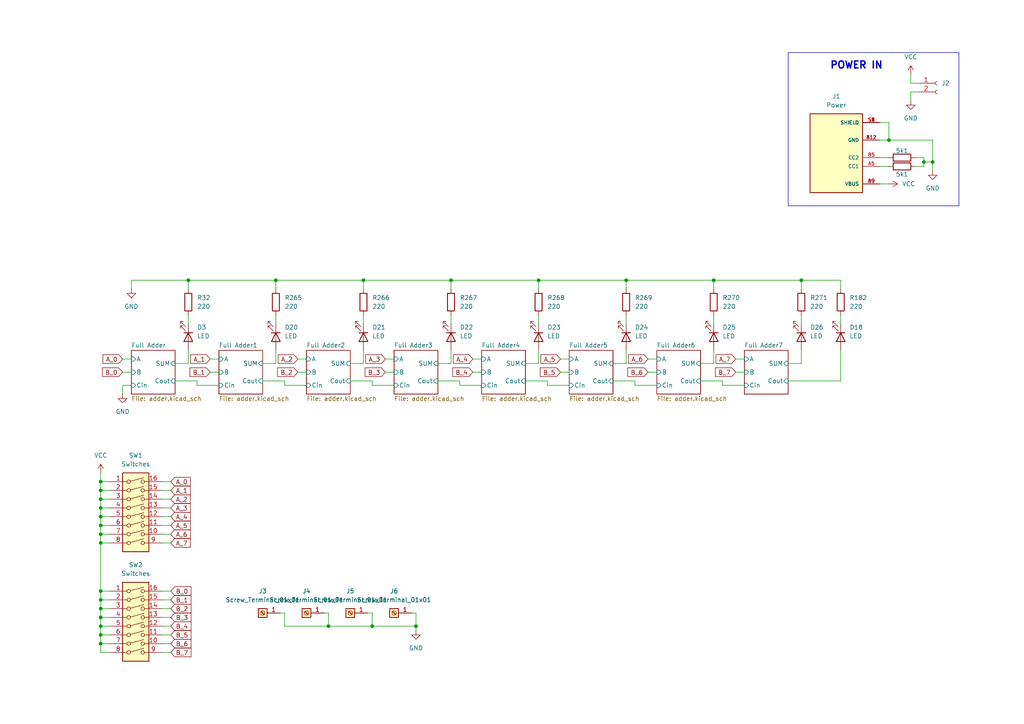
<source format=kicad_sch>
(kicad_sch (version 20231120) (generator "eeschema") (generator_version "8.0")
  (paper "A4")
  (lib_symbols
    (symbol "Connector:Conn_01x02_Socket" (pin_names (offset 1.016) hide)
      (property "Reference" "J" (at 0 2.54 0))
      (property "Value" "Conn_01x02_Socket" (at 0 -5.08 0))
      (symbol "Conn_01x02_Socket_1_1"
        (arc (start 0 -2.032) (mid -0.5058 -2.54) (end 0 -3.048) (stroke (width 0.1524)))
        (polyline (pts (xy -1.27 -2.54) (xy -0.508 -2.54)) (stroke (width 0.1524)))
        (polyline (pts (xy -1.27 0) (xy -0.508 0)) (stroke (width 0.1524)))
        (arc (start 0 0.508) (mid -0.5058 0) (end 0 -0.508) (stroke (width 0.1524)))
        (pin passive line (at -5.08 0 0) (length 3.81) (name "Pin_1") (number "1"))
        (pin passive line (at -5.08 -2.54 0) (length 3.81) (name "Pin_2") (number "2"))
      )
    )
    (symbol "Connector:Screw_Terminal_01x01" (pin_names (offset 1.016) hide)
      (property "Reference" "J" (at 0 2.54 0))
      (property "Value" "Screw_Terminal_01x01" (at 0 -2.54 0))
      (symbol "Screw_Terminal_01x01_1_1"
        (rectangle (start -1.27 1.27) (end 1.27 -1.27) (stroke (width 0.254)) (fill (type background)))
        (polyline (pts (xy -0.5334 0.3302) (xy 0.3302 -0.508)) (stroke (width 0.1524)))
        (polyline (pts (xy -0.3556 0.508) (xy 0.508 -0.3302)) (stroke (width 0.1524)))
        (circle (center 0 0) (radius 0.635) (stroke (width 0.1524)))
        (pin passive line (at -5.08 0 0) (length 3.81) (name "Pin_1") (number "1"))
      )
    )
    (symbol "Device:LED" (pin_numbers hide) (pin_names (offset 1.016) hide)
      (property "Reference" "D" (at 0 2.54 0))
      (property "Value" "LED" (at 0 -2.54 0))
      (symbol "LED_0_1"
        (polyline (pts (xy -1.27 -1.27) (xy -1.27 1.27)) (stroke (width 0.254)))
        (polyline (pts (xy -1.27 0) (xy 1.27 0)))
        (polyline (pts (xy 1.27 -1.27) (xy 1.27 1.27) (xy -1.27 0) (xy 1.27 -1.27)) (stroke (width 0.254)))
        (polyline (pts (xy -3.048 -0.762) (xy -4.572 -2.286) (xy -3.81 -2.286) (xy -4.572 -2.286) (xy -4.572 -1.524)))
        (polyline (pts (xy -1.778 -0.762) (xy -3.302 -2.286) (xy -2.54 -2.286) (xy -3.302 -2.286) (xy -3.302 -1.524)))
      )
      (symbol "LED_1_1"
        (pin passive line (at -3.81 0 0) (length 2.54) (name "K") (number "1"))
        (pin passive line (at 3.81 0 180) (length 2.54) (name "A") (number "2"))
      )
    )
    (symbol "Device:R" (pin_numbers hide) (pin_names (offset 0))
      (property "Reference" "R" (at 2.032 0 90))
      (property "Value" "R" (at 0 0 90))
      (symbol "R_0_1"
        (rectangle (start -1.016 -2.54) (end 1.016 2.54) (stroke (width 0.254)))
      )
      (symbol "R_1_1"
        (pin passive line (at 0 3.81 270) (length 1.27) (name "~") (number "1"))
        (pin passive line (at 0 -3.81 90) (length 1.27) (name "~") (number "2"))
      )
    )
    (symbol "Switch:SW_DIP_x08" (pin_names (offset 0) hide)
      (property "Reference" "SW" (at 0 13.97 0))
      (property "Value" "SW_DIP_x08" (at 0 -11.43 0))
      (symbol "SW_DIP_x08_0_0"
        (circle (center -2.032 -7.62) (radius 0.508))
        (circle (center -2.032 -5.08) (radius 0.508))
        (circle (center -2.032 -2.54) (radius 0.508))
        (circle (center -2.032 0) (radius 0.508))
        (circle (center -2.032 2.54) (radius 0.508))
        (circle (center -2.032 5.08) (radius 0.508))
        (circle (center -2.032 7.62) (radius 0.508))
        (circle (center -2.032 10.16) (radius 0.508))
        (polyline (pts (xy -1.524 -7.4676) (xy 2.3622 -6.4262)))
        (polyline (pts (xy -1.524 -4.9276) (xy 2.3622 -3.8862)))
        (polyline (pts (xy -1.524 -2.3876) (xy 2.3622 -1.3462)))
        (polyline (pts (xy -1.524 0.127) (xy 2.3622 1.1684)))
        (polyline (pts (xy -1.524 2.667) (xy 2.3622 3.7084)))
        (polyline (pts (xy -1.524 5.207) (xy 2.3622 6.2484)))
        (polyline (pts (xy -1.524 7.747) (xy 2.3622 8.7884)))
        (polyline (pts (xy -1.524 10.287) (xy 2.3622 11.3284)))
        (circle (center 2.032 -7.62) (radius 0.508))
        (circle (center 2.032 -5.08) (radius 0.508))
        (circle (center 2.032 -2.54) (radius 0.508))
        (circle (center 2.032 0) (radius 0.508))
        (circle (center 2.032 2.54) (radius 0.508))
        (circle (center 2.032 5.08) (radius 0.508))
        (circle (center 2.032 7.62) (radius 0.508))
        (circle (center 2.032 10.16) (radius 0.508))
      )
      (symbol "SW_DIP_x08_0_1"
        (rectangle (start -3.81 12.7) (end 3.81 -10.16) (stroke (width 0.254)) (fill (type background)))
      )
      (symbol "SW_DIP_x08_1_1"
        (pin passive line (at -7.62 10.16 0) (length 5.08) (name "~") (number "1"))
        (pin passive line (at 7.62 -5.08 180) (length 5.08) (name "~") (number "10"))
        (pin passive line (at 7.62 -2.54 180) (length 5.08) (name "~") (number "11"))
        (pin passive line (at 7.62 0 180) (length 5.08) (name "~") (number "12"))
        (pin passive line (at 7.62 2.54 180) (length 5.08) (name "~") (number "13"))
        (pin passive line (at 7.62 5.08 180) (length 5.08) (name "~") (number "14"))
        (pin passive line (at 7.62 7.62 180) (length 5.08) (name "~") (number "15"))
        (pin passive line (at 7.62 10.16 180) (length 5.08) (name "~") (number "16"))
        (pin passive line (at -7.62 7.62 0) (length 5.08) (name "~") (number "2"))
        (pin passive line (at -7.62 5.08 0) (length 5.08) (name "~") (number "3"))
        (pin passive line (at -7.62 2.54 0) (length 5.08) (name "~") (number "4"))
        (pin passive line (at -7.62 0 0) (length 5.08) (name "~") (number "5"))
        (pin passive line (at -7.62 -2.54 0) (length 5.08) (name "~") (number "6"))
        (pin passive line (at -7.62 -5.08 0) (length 5.08) (name "~") (number "7"))
        (pin passive line (at -7.62 -7.62 0) (length 5.08) (name "~") (number "8"))
        (pin passive line (at 7.62 -7.62 180) (length 5.08) (name "~") (number "9"))
      )
    )
    (symbol "USB4125-GF-A-0190_REVA2:USB4125-GF-A-0190_REVA2" (pin_names (offset 1.016))
      (property "Reference" "J" (at -7.62 10.922 0))
      (property "Value" "USB4125-GF-A-0190_REVA2" (at -7.62 -13.462 0))
      (symbol "USB4125-GF-A-0190_REVA2_0_0"
        (rectangle (start -7.62 -12.7) (end 7.62 10.16) (stroke (width 0.254)) (fill (type background)))
        (pin power_in line (at -12.7 -5.08 0) (length 5.08) (name "GND") (number "A12"))
        (pin bidirectional line (at -12.7 2.54 0) (length 5.08) (name "CC1") (number "A5"))
        (pin power_in line (at -12.7 7.62 0) (length 5.08) (name "VBUS") (number "A9"))
        (pin power_in line (at -12.7 -5.08 0) (length 5.08) (name "GND") (number "B12"))
        (pin bidirectional line (at -12.7 0 0) (length 5.08) (name "CC2") (number "B5"))
        (pin power_in line (at -12.7 7.62 0) (length 5.08) (name "VBUS") (number "B9"))
        (pin passive line (at -12.7 -10.16 0) (length 5.08) (name "SHIELD") (number "S1"))
        (pin passive line (at -12.7 -10.16 0) (length 5.08) (name "SHIELD") (number "S2"))
        (pin passive line (at -12.7 -10.16 0) (length 5.08) (name "SHIELD") (number "S3"))
        (pin passive line (at -12.7 -10.16 0) (length 5.08) (name "SHIELD") (number "S4"))
      )
    )
    (symbol "power:GND" (power) (pin_numbers hide) (pin_names (offset 0) hide)
      (property "Value" "GND" (at 0 -3.81 0))
      (symbol "GND_0_1"
        (polyline (pts (xy 0 0) (xy 0 -1.27) (xy 1.27 -1.27) (xy 0 -2.54) (xy -1.27 -1.27) (xy 0 -1.27)))
      )
      (symbol "GND_1_1"
        (pin power_in line (at 0 0 270) (length 0) (name "~") (number "1"))
      )
    )
    (symbol "power:VCC" (power) (pin_numbers hide) (pin_names (offset 0) hide)
      (property "Value" "VCC" (at 0 3.556 0))
      (symbol "VCC_0_1"
        (polyline (pts (xy -0.762 1.27) (xy 0 2.54)))
        (polyline (pts (xy 0 0) (xy 0 2.54)))
        (polyline (pts (xy 0 2.54) (xy 0.762 1.27)))
      )
      (symbol "VCC_1_1"
        (pin power_in line (at 0 0 90) (length 0) (name "~") (number "1"))
      )
    )
  )
  (junction (at 29.21 157.48))
  (junction (at 105.41 81.28))
  (junction (at 29.21 142.24))
  (junction (at 232.41 81.28))
  (junction (at 29.21 144.78))
  (junction (at 257.81 40.64))
  (junction (at 80.01 81.28))
  (junction (at 29.21 184.15))
  (junction (at 29.21 149.86))
  (junction (at 207.01 81.28))
  (junction (at 267.97 46.99))
  (junction (at 181.61 81.28))
  (junction (at 29.21 171.45))
  (junction (at 29.21 186.69))
  (junction (at 29.21 179.07))
  (junction (at 130.81 81.28))
  (junction (at 29.21 176.53))
  (junction (at 29.21 139.7))
  (junction (at 54.61 81.28))
  (junction (at 29.21 147.32))
  (junction (at 29.21 152.4))
  (junction (at 29.21 181.61))
  (junction (at 120.65 181.61))
  (junction (at 95.25 181.61))
  (junction (at 156.21 81.28))
  (junction (at 107.95 181.61))
  (junction (at 29.21 154.94))
  (junction (at 29.21 173.99))
  (junction (at 270.51 46.99))
  (wire (pts (xy 29.21 186.69) (xy 29.21 189.23)))
  (wire (pts (xy 270.51 40.64) (xy 270.51 46.99)))
  (wire (pts (xy 232.41 93.98) (xy 232.41 91.44)))
  (wire (pts (xy 31.75 157.48) (xy 29.21 157.48)))
  (wire (pts (xy 267.97 46.99) (xy 270.51 46.99)))
  (wire (pts (xy 156.21 105.41) (xy 152.4 105.41)))
  (wire (pts (xy 255.27 35.56) (xy 257.81 35.56)))
  (wire (pts (xy 152.4 110.49) (xy 158.75 110.49)))
  (wire (pts (xy 54.61 101.6) (xy 54.61 105.41)))
  (wire (pts (xy 209.55 111.76) (xy 215.9 111.76)))
  (wire (pts (xy 82.55 111.76) (xy 88.9 111.76)))
  (wire (pts (xy 162.56 104.14) (xy 165.1 104.14)))
  (wire (pts (xy 255.27 53.34) (xy 257.81 53.34)))
  (wire (pts (xy 187.96 107.95) (xy 190.5 107.95)))
  (wire (pts (xy 29.21 152.4) (xy 29.21 154.94)))
  (wire (pts (xy 54.61 93.98) (xy 54.61 91.44)))
  (wire (pts (xy 156.21 83.82) (xy 156.21 81.28)))
  (wire (pts (xy 181.61 105.41) (xy 177.8 105.41)))
  (wire (pts (xy 101.6 110.49) (xy 107.95 110.49)))
  (wire (pts (xy 156.21 93.98) (xy 156.21 91.44)))
  (wire (pts (xy 120.65 181.61) (xy 107.95 181.61)))
  (wire (pts (xy 184.15 111.76) (xy 190.5 111.76)))
  (wire (pts (xy 267.97 46.99) (xy 267.97 48.26)))
  (wire (pts (xy 184.15 110.49) (xy 184.15 111.76)))
  (wire (pts (xy 255.27 40.64) (xy 257.81 40.64)))
  (wire (pts (xy 95.25 181.61) (xy 95.25 177.8)))
  (wire (pts (xy 207.01 101.6) (xy 207.01 105.41)))
  (wire (pts (xy 137.16 107.95) (xy 139.7 107.95)))
  (wire (pts (xy 29.21 152.4) (xy 29.21 149.86)))
  (wire (pts (xy 266.7 24.13) (xy 264.16 24.13)))
  (wire (pts (xy 49.53 152.4) (xy 46.99 152.4)))
  (wire (pts (xy 264.16 21.59) (xy 264.16 24.13)))
  (wire (pts (xy 266.7 26.67) (xy 264.16 26.67)))
  (wire (pts (xy 31.75 149.86) (xy 29.21 149.86)))
  (wire (pts (xy 31.75 181.61) (xy 29.21 181.61)))
  (wire (pts (xy 107.95 110.49) (xy 107.95 111.76)))
  (wire (pts (xy 31.75 184.15) (xy 29.21 184.15)))
  (wire (pts (xy 105.41 81.28) (xy 130.81 81.28)))
  (wire (pts (xy 257.81 35.56) (xy 257.81 40.64)))
  (wire (pts (xy 29.21 171.45) (xy 29.21 173.99)))
  (wire (pts (xy 207.01 93.98) (xy 207.01 91.44)))
  (wire (pts (xy 130.81 105.41) (xy 127 105.41)))
  (wire (pts (xy 255.27 48.26) (xy 257.81 48.26)))
  (wire (pts (xy 82.55 110.49) (xy 82.55 111.76)))
  (wire (pts (xy 130.81 101.6) (xy 130.81 105.41)))
  (wire (pts (xy 111.76 104.14) (xy 114.3 104.14)))
  (wire (pts (xy 265.43 45.72) (xy 267.97 45.72)))
  (wire (pts (xy 29.21 139.7) (xy 29.21 142.24)))
  (wire (pts (xy 29.21 179.07) (xy 29.21 176.53)))
  (wire (pts (xy 31.75 147.32) (xy 29.21 147.32)))
  (wire (pts (xy 29.21 144.78) (xy 29.21 142.24)))
  (wire (pts (xy 31.75 176.53) (xy 29.21 176.53)))
  (wire (pts (xy 95.25 177.8) (xy 93.98 177.8)))
  (wire (pts (xy 107.95 111.76) (xy 114.3 111.76)))
  (wire (pts (xy 158.75 110.49) (xy 158.75 111.76)))
  (wire (pts (xy 49.53 144.78) (xy 46.99 144.78)))
  (wire (pts (xy 232.41 81.28) (xy 243.84 81.28)))
  (wire (pts (xy 255.27 45.72) (xy 257.81 45.72)))
  (wire (pts (xy 106.68 177.8) (xy 107.95 177.8)))
  (wire (pts (xy 49.53 173.99) (xy 46.99 173.99)))
  (wire (pts (xy 82.55 181.61) (xy 95.25 181.61)))
  (wire (pts (xy 57.15 111.76) (xy 63.5 111.76)))
  (wire (pts (xy 31.75 186.69) (xy 29.21 186.69)))
  (wire (pts (xy 105.41 101.6) (xy 105.41 105.41)))
  (wire (pts (xy 127 110.49) (xy 133.35 110.49)))
  (wire (pts (xy 80.01 101.6) (xy 80.01 105.41)))
  (wire (pts (xy 207.01 105.41) (xy 203.2 105.41)))
  (wire (pts (xy 156.21 81.28) (xy 181.61 81.28)))
  (wire (pts (xy 181.61 83.82) (xy 181.61 81.28)))
  (wire (pts (xy 156.21 101.6) (xy 156.21 105.41)))
  (wire (pts (xy 207.01 81.28) (xy 232.41 81.28)))
  (wire (pts (xy 60.96 104.14) (xy 63.5 104.14)))
  (wire (pts (xy 31.75 154.94) (xy 29.21 154.94)))
  (wire (pts (xy 29.21 157.48) (xy 29.21 171.45)))
  (wire (pts (xy 187.96 104.14) (xy 190.5 104.14)))
  (wire (pts (xy 232.41 83.82) (xy 232.41 81.28)))
  (wire (pts (xy 38.1 111.76) (xy 35.56 111.76)))
  (wire (pts (xy 49.53 179.07) (xy 46.99 179.07)))
  (wire (pts (xy 49.53 147.32) (xy 46.99 147.32)))
  (wire (pts (xy 29.21 154.94) (xy 29.21 157.48)))
  (wire (pts (xy 31.75 171.45) (xy 29.21 171.45)))
  (wire (pts (xy 130.81 93.98) (xy 130.81 91.44)))
  (wire (pts (xy 80.01 93.98) (xy 80.01 91.44)))
  (wire (pts (xy 120.65 181.61) (xy 120.65 182.88)))
  (wire (pts (xy 265.43 48.26) (xy 267.97 48.26)))
  (wire (pts (xy 232.41 101.6) (xy 232.41 105.41)))
  (wire (pts (xy 133.35 111.76) (xy 139.7 111.76)))
  (wire (pts (xy 50.8 110.49) (xy 57.15 110.49)))
  (wire (pts (xy 209.55 110.49) (xy 209.55 111.76)))
  (wire (pts (xy 105.41 83.82) (xy 105.41 81.28)))
  (wire (pts (xy 133.35 110.49) (xy 133.35 111.76)))
  (wire (pts (xy 49.53 149.86) (xy 46.99 149.86)))
  (wire (pts (xy 29.21 176.53) (xy 29.21 173.99)))
  (wire (pts (xy 162.56 107.95) (xy 165.1 107.95)))
  (wire (pts (xy 137.16 104.14) (xy 139.7 104.14)))
  (wire (pts (xy 86.36 107.95) (xy 88.9 107.95)))
  (wire (pts (xy 49.53 157.48) (xy 46.99 157.48)))
  (wire (pts (xy 57.15 110.49) (xy 57.15 111.76)))
  (wire (pts (xy 203.2 110.49) (xy 209.55 110.49)))
  (wire (pts (xy 49.53 154.94) (xy 46.99 154.94)))
  (wire (pts (xy 80.01 105.41) (xy 76.2 105.41)))
  (wire (pts (xy 213.36 104.14) (xy 215.9 104.14)))
  (wire (pts (xy 31.75 144.78) (xy 29.21 144.78)))
  (wire (pts (xy 111.76 107.95) (xy 114.3 107.95)))
  (wire (pts (xy 29.21 139.7) (xy 29.21 137.16)))
  (wire (pts (xy 29.21 184.15) (xy 29.21 186.69)))
  (wire (pts (xy 49.53 189.23) (xy 46.99 189.23)))
  (wire (pts (xy 228.6 110.49) (xy 243.84 110.49)))
  (wire (pts (xy 107.95 177.8) (xy 107.95 181.61)))
  (wire (pts (xy 181.61 81.28) (xy 207.01 81.28)))
  (wire (pts (xy 243.84 83.82) (xy 243.84 81.28)))
  (wire (pts (xy 243.84 110.49) (xy 243.84 101.6)))
  (wire (pts (xy 60.96 107.95) (xy 63.5 107.95)))
  (wire (pts (xy 29.21 181.61) (xy 29.21 179.07)))
  (wire (pts (xy 54.61 81.28) (xy 80.01 81.28)))
  (wire (pts (xy 31.75 139.7) (xy 29.21 139.7)))
  (wire (pts (xy 29.21 149.86) (xy 29.21 147.32)))
  (wire (pts (xy 213.36 107.95) (xy 215.9 107.95)))
  (wire (pts (xy 54.61 83.82) (xy 54.61 81.28)))
  (wire (pts (xy 181.61 101.6) (xy 181.61 105.41)))
  (wire (pts (xy 35.56 104.14) (xy 38.1 104.14)))
  (wire (pts (xy 158.75 111.76) (xy 165.1 111.76)))
  (wire (pts (xy 35.56 107.95) (xy 38.1 107.95)))
  (wire (pts (xy 29.21 147.32) (xy 29.21 144.78)))
  (wire (pts (xy 243.84 93.98) (xy 243.84 91.44)))
  (wire (pts (xy 232.41 105.41) (xy 228.6 105.41)))
  (wire (pts (xy 270.51 46.99) (xy 270.51 49.53)))
  (wire (pts (xy 35.56 111.76) (xy 35.56 114.3)))
  (wire (pts (xy 29.21 173.99) (xy 31.75 173.99)))
  (wire (pts (xy 81.28 177.8) (xy 82.55 177.8)))
  (wire (pts (xy 130.81 81.28) (xy 156.21 81.28)))
  (wire (pts (xy 49.53 139.7) (xy 46.99 139.7)))
  (wire (pts (xy 31.75 189.23) (xy 29.21 189.23)))
  (wire (pts (xy 267.97 45.72) (xy 267.97 46.99)))
  (wire (pts (xy 80.01 81.28) (xy 105.41 81.28)))
  (wire (pts (xy 76.2 110.49) (xy 82.55 110.49)))
  (wire (pts (xy 181.61 93.98) (xy 181.61 91.44)))
  (wire (pts (xy 207.01 83.82) (xy 207.01 81.28)))
  (wire (pts (xy 49.53 142.24) (xy 46.99 142.24)))
  (wire (pts (xy 80.01 81.28) (xy 80.01 83.82)))
  (wire (pts (xy 82.55 177.8) (xy 82.55 181.61)))
  (wire (pts (xy 107.95 181.61) (xy 95.25 181.61)))
  (wire (pts (xy 29.21 142.24) (xy 31.75 142.24)))
  (wire (pts (xy 105.41 93.98) (xy 105.41 91.44)))
  (wire (pts (xy 257.81 40.64) (xy 270.51 40.64)))
  (wire (pts (xy 177.8 110.49) (xy 184.15 110.49)))
  (wire (pts (xy 120.65 177.8) (xy 120.65 181.61)))
  (wire (pts (xy 49.53 181.61) (xy 46.99 181.61)))
  (wire (pts (xy 38.1 81.28) (xy 54.61 81.28)))
  (wire (pts (xy 31.75 179.07) (xy 29.21 179.07)))
  (wire (pts (xy 130.81 83.82) (xy 130.81 81.28)))
  (wire (pts (xy 86.36 104.14) (xy 88.9 104.14)))
  (wire (pts (xy 105.41 105.41) (xy 101.6 105.41)))
  (wire (pts (xy 38.1 81.28) (xy 38.1 83.82)))
  (wire (pts (xy 49.53 186.69) (xy 46.99 186.69)))
  (wire (pts (xy 31.75 152.4) (xy 29.21 152.4)))
  (wire (pts (xy 119.38 177.8) (xy 120.65 177.8)))
  (wire (pts (xy 49.53 176.53) (xy 46.99 176.53)))
  (wire (pts (xy 264.16 26.67) (xy 264.16 29.21)))
  (wire (pts (xy 29.21 184.15) (xy 29.21 181.61)))
  (wire (pts (xy 49.53 171.45) (xy 46.99 171.45)))
  (wire (pts (xy 49.53 184.15) (xy 46.99 184.15)))
  (wire (pts (xy 54.61 105.41) (xy 50.8 105.41)))
  (rectangle (start 228.6 15.24) (end 278.13 59.69))
  (text "POWER IN" (at 248.412 19.05 0) (effects (font (size 2.032 2.032) (thickness 0.4064) (bold yes))))
  (global_label "A_1" (shape input) (at 60.96 104.14 180) (property "Intersheetrefs" "${INTERSHEET_REFS}" (effects (hide yes))))
  (global_label "B_6" (shape input) (at 49.53 186.69 0) (property "Intersheetrefs" "${INTERSHEET_REFS}" (effects (hide yes))))
  (global_label "A_5" (shape input) (at 162.56 104.14 180) (property "Intersheetrefs" "${INTERSHEET_REFS}" (effects (hide yes))))
  (global_label "A_4" (shape input) (at 49.53 149.86 0) (property "Intersheetrefs" "${INTERSHEET_REFS}" (effects (hide yes))))
  (global_label "B_5" (shape input) (at 162.56 107.95 180) (property "Intersheetrefs" "${INTERSHEET_REFS}" (effects (hide yes))))
  (global_label "B_4" (shape input) (at 137.16 107.95 180) (property "Intersheetrefs" "${INTERSHEET_REFS}" (effects (hide yes))))
  (global_label "B_0" (shape input) (at 35.56 107.95 180) (property "Intersheetrefs" "${INTERSHEET_REFS}" (effects (hide yes))))
  (global_label "A_6" (shape input) (at 49.53 154.94 0) (property "Intersheetrefs" "${INTERSHEET_REFS}" (effects (hide yes))))
  (global_label "B_3" (shape input) (at 111.76 107.95 180) (property "Intersheetrefs" "${INTERSHEET_REFS}" (effects (hide yes))))
  (global_label "B_4" (shape input) (at 49.53 181.61 0) (property "Intersheetrefs" "${INTERSHEET_REFS}" (effects (hide yes))))
  (global_label "A_0" (shape input) (at 35.56 104.14 180) (property "Intersheetrefs" "${INTERSHEET_REFS}" (effects (hide yes))))
  (global_label "A_3" (shape input) (at 49.53 147.32 0) (property "Intersheetrefs" "${INTERSHEET_REFS}" (effects (hide yes))))
  (global_label "A_0" (shape input) (at 49.53 139.7 0) (property "Intersheetrefs" "${INTERSHEET_REFS}" (effects (hide yes))))
  (global_label "A_7" (shape input) (at 213.36 104.14 180) (property "Intersheetrefs" "${INTERSHEET_REFS}" (effects (hide yes))))
  (global_label "B_2" (shape input) (at 86.36 107.95 180) (property "Intersheetrefs" "${INTERSHEET_REFS}" (effects (hide yes))))
  (global_label "B_2" (shape input) (at 49.53 176.53 0) (property "Intersheetrefs" "${INTERSHEET_REFS}" (effects (hide yes))))
  (global_label "B_5" (shape input) (at 49.53 184.15 0) (property "Intersheetrefs" "${INTERSHEET_REFS}" (effects (hide yes))))
  (global_label "B_1" (shape input) (at 60.96 107.95 180) (property "Intersheetrefs" "${INTERSHEET_REFS}" (effects (hide yes))))
  (global_label "B_1" (shape input) (at 49.53 173.99 0) (property "Intersheetrefs" "${INTERSHEET_REFS}" (effects (hide yes))))
  (global_label "A_7" (shape input) (at 49.53 157.48 0) (property "Intersheetrefs" "${INTERSHEET_REFS}" (effects (hide yes))))
  (global_label "A_6" (shape input) (at 187.96 104.14 180) (property "Intersheetrefs" "${INTERSHEET_REFS}" (effects (hide yes))))
  (global_label "B_7" (shape input) (at 49.53 189.23 0) (property "Intersheetrefs" "${INTERSHEET_REFS}" (effects (hide yes))))
  (global_label "B_3" (shape input) (at 49.53 179.07 0) (property "Intersheetrefs" "${INTERSHEET_REFS}" (effects (hide yes))))
  (global_label "A_5" (shape input) (at 49.53 152.4 0) (property "Intersheetrefs" "${INTERSHEET_REFS}" (effects (hide yes))))
  (global_label "A_2" (shape input) (at 86.36 104.14 180) (property "Intersheetrefs" "${INTERSHEET_REFS}" (effects (hide yes))))
  (global_label "A_2" (shape input) (at 49.53 144.78 0) (property "Intersheetrefs" "${INTERSHEET_REFS}" (effects (hide yes))))
  (global_label "A_4" (shape input) (at 137.16 104.14 180) (property "Intersheetrefs" "${INTERSHEET_REFS}" (effects (hide yes))))
  (global_label "B_0" (shape input) (at 49.53 171.45 0) (property "Intersheetrefs" "${INTERSHEET_REFS}" (effects (hide yes))))
  (global_label "B_6" (shape input) (at 187.96 107.95 180) (property "Intersheetrefs" "${INTERSHEET_REFS}" (effects (hide yes))))
  (global_label "B_7" (shape input) (at 213.36 107.95 180) (property "Intersheetrefs" "${INTERSHEET_REFS}" (effects (hide yes))))
  (global_label "A_3" (shape input) (at 111.76 104.14 180) (property "Intersheetrefs" "${INTERSHEET_REFS}" (effects (hide yes))))
  (global_label "A_1" (shape input) (at 49.53 142.24 0) (property "Intersheetrefs" "${INTERSHEET_REFS}" (effects (hide yes))))
  (symbol (lib_id "Device:R") (at 54.61 87.63 0) (unit 1)
    (property "Reference" "R32" (at 57.15 86.3599 0) (effects (justify left)))
    (property "Value" "220" (at 57.15 88.8999 0) (effects (justify left)))
    (property "Footprint" "RobinsParts:R_Axial_DIN0207_L6.3mm_D2.5mm_P7.62mm_Horizontal" (effects (hide yes)))
    (property "Description" "Resistor" (effects (hide yes)))
  )
  (symbol (lib_id "power:VCC") (at 264.16 21.59 0) (unit 1)
    (property "Reference" "#PWR023" (effects (hide yes)))
    (property "Value" "VCC" (at 264.16 16.51 0))
    (property "Description" "Power symbol creates a global label with name \"VCC\"" (effects (hide yes)))
  )
  (symbol (lib_id "Device:R") (at 130.81 87.63 0) (unit 1)
    (property "Reference" "R267" (at 133.35 86.3599 0) (effects (justify left)))
    (property "Value" "220" (at 133.35 88.8999 0) (effects (justify left)))
    (property "Footprint" "RobinsParts:R_Axial_DIN0207_L6.3mm_D2.5mm_P7.62mm_Horizontal" (effects (hide yes)))
    (property "Description" "Resistor" (effects (hide yes)))
  )
  (symbol (lib_id "Device:R") (at 105.41 87.63 0) (unit 1)
    (property "Reference" "R266" (at 107.95 86.3599 0) (effects (justify left)))
    (property "Value" "220" (at 107.95 88.8999 0) (effects (justify left)))
    (property "Footprint" "RobinsParts:R_Axial_DIN0207_L6.3mm_D2.5mm_P7.62mm_Horizontal" (effects (hide yes)))
    (property "Description" "Resistor" (effects (hide yes)))
  )
  (symbol (lib_id "power:GND") (at 38.1 83.82 0) (unit 1)
    (property "Reference" "#PWR026" (effects (hide yes)))
    (property "Value" "GND" (at 38.1 88.9 0))
    (property "Description" "Power symbol creates a global label with name \"GND\" , ground" (effects (hide yes)))
  )
  (symbol (lib_id "power:GND") (at 35.56 114.3 0) (unit 1)
    (property "Reference" "#PWR0187" (effects (hide yes)))
    (property "Value" "GND" (at 35.56 119.38 0))
    (property "Description" "Power symbol creates a global label with name \"GND\" , ground" (effects (hide yes)))
  )
  (symbol (lib_id "Connector:Screw_Terminal_01x01") (at 101.6 177.8 180) (unit 1)
    (property "Reference" "J5" (at 101.6 171.45 0))
    (property "Value" "Screw_Terminal_01x01" (at 101.6 173.99 0))
    (property "Footprint" "MountingHole:MountingHole_3.2mm_M3_Pad_Via" (effects (hide yes)))
    (property "Description" "Generic screw terminal, single row, 01x01, script generated (kicad-library-utils/schlib/autogen/connector/)" (effects (hide yes)))
  )
  (symbol (lib_id "Device:LED") (at 80.01 97.79 270) (unit 1)
    (property "Reference" "D20" (at 82.55 94.9324 90) (effects (justify left)))
    (property "Value" "LED" (at 82.55 97.4724 90) (effects (justify left)))
    (property "Footprint" "LED_THT:LED_D3.0mm" (effects (hide yes)))
    (property "Description" "Light emitting diode" (effects (hide yes)))
  )
  (symbol (lib_id "Device:LED") (at 207.01 97.79 270) (unit 1)
    (property "Reference" "D25" (at 209.55 94.9324 90) (effects (justify left)))
    (property "Value" "LED" (at 209.55 97.4724 90) (effects (justify left)))
    (property "Footprint" "LED_THT:LED_D3.0mm" (effects (hide yes)))
    (property "Description" "Light emitting diode" (effects (hide yes)))
  )
  (symbol (lib_id "Device:LED") (at 54.61 97.79 270) (unit 1)
    (property "Reference" "D3" (at 57.15 94.9324 90) (effects (justify left)))
    (property "Value" "LED" (at 57.15 97.4724 90) (effects (justify left)))
    (property "Footprint" "LED_THT:LED_D3.0mm" (effects (hide yes)))
    (property "Description" "Light emitting diode" (effects (hide yes)))
  )
  (symbol (lib_id "Device:LED") (at 130.81 97.79 270) (unit 1)
    (property "Reference" "D22" (at 133.35 94.9324 90) (effects (justify left)))
    (property "Value" "LED" (at 133.35 97.4724 90) (effects (justify left)))
    (property "Footprint" "LED_THT:LED_D3.0mm" (effects (hide yes)))
    (property "Description" "Light emitting diode" (effects (hide yes)))
  )
  (symbol (lib_id "Device:R") (at 243.84 87.63 0) (unit 1)
    (property "Reference" "R182" (at 246.38 86.3599 0) (effects (justify left)))
    (property "Value" "220" (at 246.38 88.8999 0) (effects (justify left)))
    (property "Footprint" "RobinsParts:R_Axial_DIN0207_L6.3mm_D2.5mm_P7.62mm_Horizontal" (effects (hide yes)))
    (property "Description" "Resistor" (effects (hide yes)))
  )
  (symbol (lib_id "Connector:Screw_Terminal_01x01") (at 88.9 177.8 180) (unit 1)
    (property "Reference" "J4" (at 88.9 171.45 0))
    (property "Value" "Screw_Terminal_01x01" (at 88.9 173.99 0))
    (property "Footprint" "MountingHole:MountingHole_3.2mm_M3_Pad_Via" (effects (hide yes)))
    (property "Description" "Generic screw terminal, single row, 01x01, script generated (kicad-library-utils/schlib/autogen/connector/)" (effects (hide yes)))
  )
  (symbol (lib_id "Device:LED") (at 156.21 97.79 270) (unit 1)
    (property "Reference" "D23" (at 158.75 94.9324 90) (effects (justify left)))
    (property "Value" "LED" (at 158.75 97.4724 90) (effects (justify left)))
    (property "Footprint" "LED_THT:LED_D3.0mm" (effects (hide yes)))
    (property "Description" "Light emitting diode" (effects (hide yes)))
  )
  (symbol (lib_id "power:GND") (at 120.65 182.88 0) (unit 1)
    (property "Reference" "#PWR0130" (effects (hide yes)))
    (property "Value" "GND" (at 120.65 187.96 0))
    (property "Description" "Power symbol creates a global label with name \"GND\" , ground" (effects (hide yes)))
  )
  (symbol (lib_id "Connector:Conn_01x02_Socket") (at 271.78 24.13 0) (unit 1)
    (property "Reference" "J2" (at 273.05 24.1299 0) (effects (justify left)))
    (property "Value" "Conn_01x02_Socket" (effects (hide yes)))
    (property "Footprint" "Connector_PinHeader_2.54mm:PinHeader_1x02_P2.54mm_Vertical" (effects (hide yes)))
    (property "Description" "Generic connector, single row, 01x02, script generated" (effects (hide yes)))
  )
  (symbol (lib_id "Device:R") (at 261.62 48.26 270) (unit 1)
    (property "Reference" "R30" (effects (hide yes)))
    (property "Value" "5k1" (at 261.62 50.546 90))
    (property "Footprint" "RobinsParts:R_Axial_DIN0207_L6.3mm_D2.5mm_P7.62mm_Horizontal" (effects (hide yes)))
    (property "Description" "Resistor" (effects (hide yes)))
  )
  (symbol (lib_id "Device:R") (at 232.41 87.63 0) (unit 1)
    (property "Reference" "R271" (at 234.95 86.3599 0) (effects (justify left)))
    (property "Value" "220" (at 234.95 88.8999 0) (effects (justify left)))
    (property "Footprint" "RobinsParts:R_Axial_DIN0207_L6.3mm_D2.5mm_P7.62mm_Horizontal" (effects (hide yes)))
    (property "Description" "Resistor" (effects (hide yes)))
  )
  (symbol (lib_id "Device:R") (at 261.62 45.72 90) (unit 1)
    (property "Reference" "R29" (effects (hide yes)))
    (property "Value" "5k1" (at 261.62 43.688 90))
    (property "Footprint" "RobinsParts:R_Axial_DIN0207_L6.3mm_D2.5mm_P7.62mm_Horizontal" (effects (hide yes)))
    (property "Description" "Resistor" (effects (hide yes)))
  )
  (symbol (lib_id "Connector:Screw_Terminal_01x01") (at 76.2 177.8 180) (unit 1)
    (property "Reference" "J3" (at 76.2 171.45 0))
    (property "Value" "Screw_Terminal_01x01" (at 76.2 173.99 0))
    (property "Footprint" "MountingHole:MountingHole_3.2mm_M3_Pad_Via" (effects (hide yes)))
    (property "Description" "Generic screw terminal, single row, 01x01, script generated (kicad-library-utils/schlib/autogen/connector/)" (effects (hide yes)))
  )
  (symbol (lib_id "power:VCC") (at 29.21 137.16 0) (unit 1)
    (property "Reference" "#PWR0186" (effects (hide yes)))
    (property "Value" "VCC" (at 29.21 132.08 0))
    (property "Description" "Power symbol creates a global label with name \"VCC\"" (effects (hide yes)))
  )
  (symbol (lib_id "Device:R") (at 207.01 87.63 0) (unit 1)
    (property "Reference" "R270" (at 209.55 86.3599 0) (effects (justify left)))
    (property "Value" "220" (at 209.55 88.8999 0) (effects (justify left)))
    (property "Footprint" "RobinsParts:R_Axial_DIN0207_L6.3mm_D2.5mm_P7.62mm_Horizontal" (effects (hide yes)))
    (property "Description" "Resistor" (effects (hide yes)))
  )
  (symbol (lib_id "Switch:SW_DIP_x08") (at 39.37 149.86 0) (unit 1)
    (property "Reference" "SW1" (at 39.37 132.08 0))
    (property "Value" "Switches" (at 39.37 134.62 0))
    (property "Footprint" "Button_Switch_THT:SW_DIP_SPSTx08_Slide_9.78x22.5mm_W7.62mm_P2.54mm" (effects (hide yes)))
  )
  (symbol (lib_id "Device:R") (at 181.61 87.63 0) (unit 1)
    (property "Reference" "R269" (at 184.15 86.3599 0) (effects (justify left)))
    (property "Value" "220" (at 184.15 88.8999 0) (effects (justify left)))
    (property "Footprint" "RobinsParts:R_Axial_DIN0207_L6.3mm_D2.5mm_P7.62mm_Horizontal" (effects (hide yes)))
    (property "Description" "Resistor" (effects (hide yes)))
  )
  (symbol (lib_id "Connector:Screw_Terminal_01x01") (at 114.3 177.8 180) (unit 1)
    (property "Reference" "J6" (at 114.3 171.45 0))
    (property "Value" "Screw_Terminal_01x01" (at 114.3 173.99 0))
    (property "Footprint" "MountingHole:MountingHole_3.2mm_M3_Pad_Via" (effects (hide yes)))
    (property "Description" "Generic screw terminal, single row, 01x01, script generated (kicad-library-utils/schlib/autogen/connector/)" (effects (hide yes)))
  )
  (symbol (lib_id "power:GND") (at 270.51 49.53 0) (unit 1)
    (property "Reference" "#PWR021" (effects (hide yes)))
    (property "Value" "GND" (at 270.51 54.61 0))
    (property "Description" "Power symbol creates a global label with name \"GND\" , ground" (effects (hide yes)))
  )
  (symbol (lib_id "power:VCC") (at 257.81 53.34 270) (unit 1)
    (property "Reference" "#PWR01" (effects (hide yes)))
    (property "Value" "VCC" (at 261.62 53.3399 90) (effects (justify left)))
    (property "Description" "Power symbol creates a global label with name \"VCC\"" (effects (hide yes)))
  )
  (symbol (lib_id "Device:LED") (at 243.84 97.79 270) (unit 1)
    (property "Reference" "D18" (at 246.38 94.9324 90) (effects (justify left)))
    (property "Value" "LED" (at 246.38 97.4724 90) (effects (justify left)))
    (property "Footprint" "LED_THT:LED_D3.0mm" (effects (hide yes)))
    (property "Description" "Light emitting diode" (effects (hide yes)))
  )
  (symbol (lib_id "Device:LED") (at 105.41 97.79 270) (unit 1)
    (property "Reference" "D21" (at 107.95 94.9324 90) (effects (justify left)))
    (property "Value" "LED" (at 107.95 97.4724 90) (effects (justify left)))
    (property "Footprint" "LED_THT:LED_D3.0mm" (effects (hide yes)))
    (property "Description" "Light emitting diode" (effects (hide yes)))
  )
  (symbol (lib_id "Switch:SW_DIP_x08") (at 39.37 181.61 0) (unit 1)
    (property "Reference" "SW2" (at 39.37 163.83 0))
    (property "Value" "Switches" (at 39.37 166.37 0))
    (property "Footprint" "Button_Switch_THT:SW_DIP_SPSTx08_Slide_9.78x22.5mm_W7.62mm_P2.54mm" (effects (hide yes)))
  )
  (symbol (lib_id "USB4125-GF-A-0190_REVA2:USB4125-GF-A-0190_REVA2") (at 242.57 45.72 180) (unit 1)
    (property "Reference" "J1" (at 242.57 27.94 0))
    (property "Value" "Power" (at 242.57 30.48 0))
    (property "Footprint" "robins-parts:CUI_UJC-HP-3-SMT-TR" (effects (hide yes)))
    (property "MAXIMUM_PACKAGE_HEIGHT" "3.16 mm" (effects (hide yes)))
    (property "PARTREV" "Rev A2" (effects (hide yes)))
    (property "MANUFACTURER" "GCT" (effects (hide yes)))
    (property "STANDARD" "Manufacturer Recommendations" (effects (hide yes)))
  )
  (symbol (lib_id "Device:LED") (at 232.41 97.79 270) (unit 1)
    (property "Reference" "D26" (at 234.95 94.9324 90) (effects (justify left)))
    (property "Value" "LED" (at 234.95 97.4724 90) (effects (justify left)))
    (property "Footprint" "LED_THT:LED_D3.0mm" (effects (hide yes)))
    (property "Description" "Light emitting diode" (effects (hide yes)))
  )
  (symbol (lib_id "Device:LED") (at 181.61 97.79 270) (unit 1)
    (property "Reference" "D24" (at 184.15 94.9324 90) (effects (justify left)))
    (property "Value" "LED" (at 184.15 97.4724 90) (effects (justify left)))
    (property "Footprint" "LED_THT:LED_D3.0mm" (effects (hide yes)))
    (property "Description" "Light emitting diode" (effects (hide yes)))
  )
  (symbol (lib_id "Device:R") (at 156.21 87.63 0) (unit 1)
    (property "Reference" "R268" (at 158.75 86.3599 0) (effects (justify left)))
    (property "Value" "220" (at 158.75 88.8999 0) (effects (justify left)))
    (property "Footprint" "RobinsParts:R_Axial_DIN0207_L6.3mm_D2.5mm_P7.62mm_Horizontal" (effects (hide yes)))
    (property "Description" "Resistor" (effects (hide yes)))
  )
  (symbol (lib_id "Device:R") (at 80.01 87.63 0) (unit 1)
    (property "Reference" "R265" (at 82.55 86.3599 0) (effects (justify left)))
    (property "Value" "220" (at 82.55 88.8999 0) (effects (justify left)))
    (property "Footprint" "RobinsParts:R_Axial_DIN0207_L6.3mm_D2.5mm_P7.62mm_Horizontal" (effects (hide yes)))
    (property "Description" "Resistor" (effects (hide yes)))
  )
  (symbol (lib_id "power:GND") (at 264.16 29.21 0) (unit 1)
    (property "Reference" "#PWR022" (effects (hide yes)))
    (property "Value" "GND" (at 264.16 34.29 0))
    (property "Description" "Power symbol creates a global label with name \"GND\" , ground" (effects (hide yes)))
  )
  (sheet (at 114.3 101.6) (size 12.7 12.7) (stroke (width 0.1524))
    (property "Sheetname" "Full Adder3" (at 114.3 100.8884 0) (effects (justify left bottom)))
    (property "Sheetfile" "adder.kicad_sch" (at 114.3 114.8846 0) (effects (justify left top)))
    (pin "SUM" input (at 127 105.41 0))
    (pin "Cout" input (at 127 110.49 0))
    (pin "Cin" input (at 114.3 111.76 180))
    (pin "A" input (at 114.3 104.14 180))
    (pin "B" input (at 114.3 107.95 180))
  )
  (sheet (at 190.5 101.6) (size 12.7 12.7) (stroke (width 0.1524))
    (property "Sheetname" "Full Adder6" (at 190.5 100.8884 0) (effects (justify left bottom)))
    (property "Sheetfile" "adder.kicad_sch" (at 190.5 114.8846 0) (effects (justify left top)))
    (pin "SUM" input (at 203.2 105.41 0))
    (pin "Cout" input (at 203.2 110.49 0))
    (pin "Cin" input (at 190.5 111.76 180))
    (pin "A" input (at 190.5 104.14 180))
    (pin "B" input (at 190.5 107.95 180))
  )
  (sheet (at 38.1 101.6) (size 12.7 12.7) (stroke (width 0.1524))
    (property "Sheetname" "Full Adder" (at 38.1 100.8884 0) (effects (justify left bottom)))
    (property "Sheetfile" "adder.kicad_sch" (at 38.1 114.8846 0) (effects (justify left top)))
    (pin "SUM" input (at 50.8 105.41 0))
    (pin "Cout" input (at 50.8 110.49 0))
    (pin "Cin" input (at 38.1 111.76 180))
    (pin "A" input (at 38.1 104.14 180))
    (pin "B" input (at 38.1 107.95 180))
  )
  (sheet (at 215.9 101.6) (size 12.7 12.7) (stroke (width 0.1524))
    (property "Sheetname" "Full Adder7" (at 215.9 100.8884 0) (effects (justify left bottom)))
    (property "Sheetfile" "adder.kicad_sch" (effects (hide yes)))
    (pin "SUM" input (at 228.6 105.41 0))
    (pin "Cout" input (at 228.6 110.49 0))
    (pin "Cin" input (at 215.9 111.76 180))
    (pin "A" input (at 215.9 104.14 180))
    (pin "B" input (at 215.9 107.95 180))
  )
  (sheet (at 88.9 101.6) (size 12.7 12.7) (stroke (width 0.1524))
    (property "Sheetname" "Full Adder2" (at 88.9 100.8884 0) (effects (justify left bottom)))
    (property "Sheetfile" "adder.kicad_sch" (at 88.9 114.8846 0) (effects (justify left top)))
    (pin "SUM" input (at 101.6 105.41 0))
    (pin "Cout" input (at 101.6 110.49 0))
    (pin "Cin" input (at 88.9 111.76 180))
    (pin "A" input (at 88.9 104.14 180))
    (pin "B" input (at 88.9 107.95 180))
  )
  (sheet (at 165.1 101.6) (size 12.7 12.7) (stroke (width 0.1524))
    (property "Sheetname" "Full Adder5" (at 165.1 100.8884 0) (effects (justify left bottom)))
    (property "Sheetfile" "adder.kicad_sch" (at 165.1 114.8846 0) (effects (justify left top)))
    (pin "SUM" input (at 177.8 105.41 0))
    (pin "Cout" input (at 177.8 110.49 0))
    (pin "Cin" input (at 165.1 111.76 180))
    (pin "A" input (at 165.1 104.14 180))
    (pin "B" input (at 165.1 107.95 180))
  )
  (sheet (at 63.5 101.6) (size 12.7 12.7) (stroke (width 0.1524))
    (property "Sheetname" "Full Adder1" (at 63.5 100.8884 0) (effects (justify left bottom)))
    (property "Sheetfile" "adder.kicad_sch" (at 63.5 114.8846 0) (effects (justify left top)))
    (pin "SUM" input (at 76.2 105.41 0))
    (pin "Cout" input (at 76.2 110.49 0))
    (pin "Cin" input (at 63.5 111.76 180))
    (pin "A" input (at 63.5 104.14 180))
    (pin "B" input (at 63.5 107.95 180))
  )
  (sheet (at 139.7 101.6) (size 12.7 12.7) (stroke (width 0.1524))
    (property "Sheetname" "Full Adder4" (at 139.7 100.8884 0) (effects (justify left bottom)))
    (property "Sheetfile" "adder.kicad_sch" (at 139.7 114.8846 0) (effects (justify left top)))
    (pin "SUM" input (at 152.4 105.41 0))
    (pin "Cout" input (at 152.4 110.49 0))
    (pin "Cin" input (at 139.7 111.76 180))
    (pin "A" input (at 139.7 104.14 180))
    (pin "B" input (at 139.7 107.95 180))
  )
)
</source>
